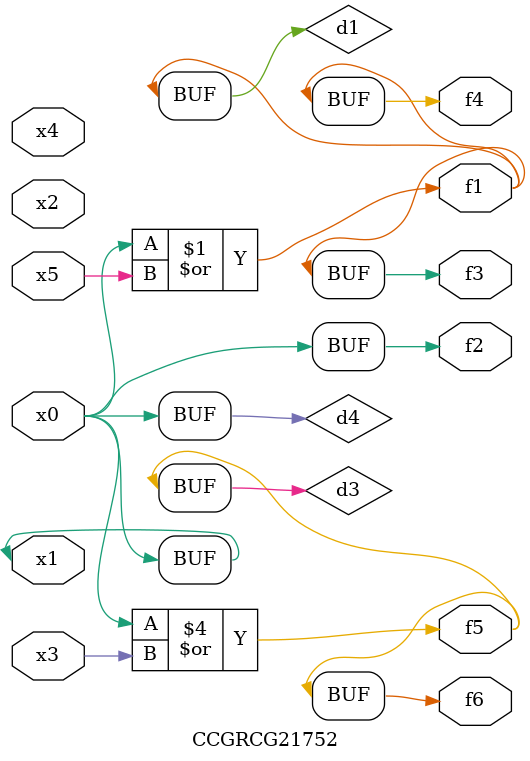
<source format=v>
module CCGRCG21752(
	input x0, x1, x2, x3, x4, x5,
	output f1, f2, f3, f4, f5, f6
);

	wire d1, d2, d3, d4;

	or (d1, x0, x5);
	xnor (d2, x1, x4);
	or (d3, x0, x3);
	buf (d4, x0, x1);
	assign f1 = d1;
	assign f2 = d4;
	assign f3 = d1;
	assign f4 = d1;
	assign f5 = d3;
	assign f6 = d3;
endmodule

</source>
